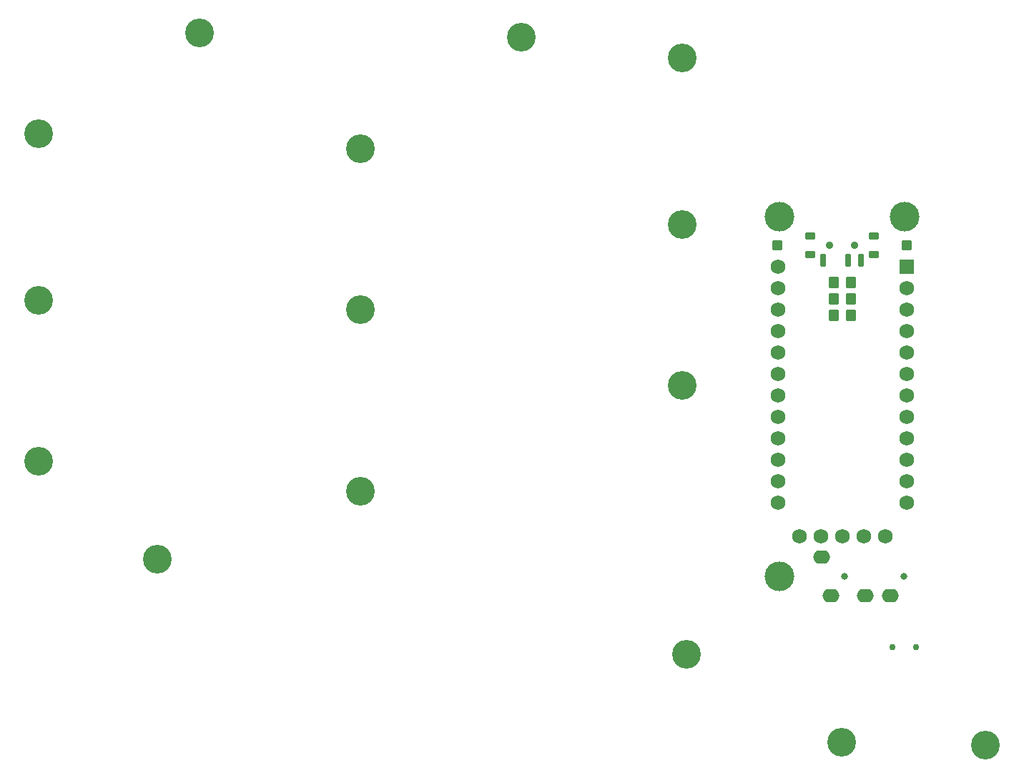
<source format=gbs>
%TF.GenerationSoftware,KiCad,Pcbnew,7.0.7-2.fc38*%
%TF.CreationDate,2023-10-08T12:30:22+05:30*%
%TF.ProjectId,tako_right,74616b6f-5f72-4696-9768-742e6b696361,rev?*%
%TF.SameCoordinates,Original*%
%TF.FileFunction,Soldermask,Bot*%
%TF.FilePolarity,Negative*%
%FSLAX46Y46*%
G04 Gerber Fmt 4.6, Leading zero omitted, Abs format (unit mm)*
G04 Created by KiCad (PCBNEW 7.0.7-2.fc38) date 2023-10-08 12:30:22*
%MOMM*%
%LPD*%
G01*
G04 APERTURE LIST*
G04 Aperture macros list*
%AMRoundRect*
0 Rectangle with rounded corners*
0 $1 Rounding radius*
0 $2 $3 $4 $5 $6 $7 $8 $9 X,Y pos of 4 corners*
0 Add a 4 corners polygon primitive as box body*
4,1,4,$2,$3,$4,$5,$6,$7,$8,$9,$2,$3,0*
0 Add four circle primitives for the rounded corners*
1,1,$1+$1,$2,$3*
1,1,$1+$1,$4,$5*
1,1,$1+$1,$6,$7*
1,1,$1+$1,$8,$9*
0 Add four rect primitives between the rounded corners*
20,1,$1+$1,$2,$3,$4,$5,0*
20,1,$1+$1,$4,$5,$6,$7,0*
20,1,$1+$1,$6,$7,$8,$9,0*
20,1,$1+$1,$8,$9,$2,$3,0*%
G04 Aperture macros list end*
%ADD10C,3.400000*%
%ADD11C,0.750000*%
%ADD12RoundRect,0.312500X-0.312500X-0.312500X0.312500X-0.312500X0.312500X0.312500X-0.312500X0.312500X0*%
%ADD13C,3.500000*%
%ADD14C,0.800000*%
%ADD15O,2.000000X1.600000*%
%ADD16C,1.752600*%
%ADD17RoundRect,0.312500X0.312500X0.312500X-0.312500X0.312500X-0.312500X-0.312500X0.312500X-0.312500X0*%
%ADD18RoundRect,0.120000X-0.480000X-0.280000X0.480000X-0.280000X0.480000X0.280000X-0.480000X0.280000X0*%
%ADD19C,0.900000*%
%ADD20RoundRect,0.105000X-0.245000X-0.645000X0.245000X-0.645000X0.245000X0.645000X-0.245000X0.645000X0*%
%ADD21R,1.752600X1.752600*%
%ADD22RoundRect,0.250000X0.350000X0.450000X-0.350000X0.450000X-0.350000X-0.450000X0.350000X-0.450000X0*%
%ADD23RoundRect,0.250000X-0.350000X-0.450000X0.350000X-0.450000X0.350000X0.450000X-0.350000X0.450000X0*%
G04 APERTURE END LIST*
D10*
%TO.C,H1*%
X162639543Y-44666058D03*
%TD*%
D11*
%TO.C,RSW1*%
X266490971Y-105420627D03*
X263740971Y-105420627D03*
%TD*%
D12*
%TO.C,BAT_HOLE+1*%
X250116908Y-57819421D03*
%TD*%
D10*
%TO.C,H9*%
X219789549Y-33166058D03*
%TD*%
%TO.C,H10*%
X238839551Y-35666058D03*
%TD*%
D13*
%TO.C,H17*%
X250364002Y-97039421D03*
%TD*%
D10*
%TO.C,H13*%
X239297894Y-106243092D03*
%TD*%
%TO.C,H2*%
X162639541Y-64385492D03*
%TD*%
%TO.C,H5*%
X176639550Y-94960499D03*
%TD*%
D13*
%TO.C,H15*%
X250364001Y-54480531D03*
%TD*%
D14*
%TO.C,J1*%
X265065975Y-97039423D03*
X258065975Y-97039423D03*
D15*
X255365975Y-94739423D03*
X263465975Y-99339423D03*
X260465975Y-99339423D03*
X256465975Y-99339423D03*
%TD*%
D10*
%TO.C,H14*%
X274694073Y-117014750D03*
%TD*%
%TO.C,H12*%
X238839549Y-74434995D03*
%TD*%
%TO.C,H6*%
X200739542Y-46384998D03*
%TD*%
%TO.C,H4*%
X181689545Y-32666057D03*
%TD*%
%TO.C,H11*%
X238839549Y-55384995D03*
%TD*%
D16*
%TO.C,DISP1*%
X252674330Y-92332635D03*
X255214330Y-92332635D03*
X257754330Y-92332635D03*
X260294330Y-92332635D03*
X262834330Y-92332635D03*
%TD*%
D13*
%TO.C,H16*%
X265145326Y-54480079D03*
%TD*%
D10*
%TO.C,H7*%
X200739541Y-65434995D03*
%TD*%
D17*
%TO.C,BAT_HOLE-1*%
X265390409Y-57819423D03*
%TD*%
D10*
%TO.C,H3*%
X162639550Y-83435488D03*
%TD*%
%TO.C,H19*%
X257715972Y-116670626D03*
%TD*%
%TO.C,H8*%
X200739548Y-86959992D03*
%TD*%
D18*
%TO.C,PSW1*%
X254004580Y-56712138D03*
X254004580Y-58922138D03*
D19*
X256254580Y-57812138D03*
X259254580Y-57812138D03*
D18*
X261504580Y-56712138D03*
X261504580Y-58922138D03*
D20*
X255504580Y-59572138D03*
X258504580Y-59572138D03*
X260004580Y-59572138D03*
%TD*%
D21*
%TO.C,U1*%
X265374575Y-60373659D03*
D16*
X265374575Y-62913659D03*
X265374575Y-65453659D03*
X265374575Y-67993659D03*
X265374575Y-70533659D03*
X265374575Y-73073659D03*
X265374575Y-75613659D03*
X265374575Y-78153659D03*
X265374575Y-80693659D03*
X265374575Y-83233659D03*
X265374575Y-85773659D03*
X265374575Y-88313659D03*
X250134575Y-88313659D03*
X250134575Y-85773659D03*
X250134575Y-83233659D03*
X250134575Y-80693659D03*
X250134575Y-78153659D03*
X250134575Y-75613659D03*
X250134575Y-73073659D03*
X250134575Y-70533659D03*
X250134575Y-67993659D03*
X250134575Y-65453659D03*
X250134575Y-62913659D03*
X250134575Y-60373659D03*
%TD*%
D22*
%TO.C,R3*%
X258772518Y-66142134D03*
X256772518Y-66142134D03*
%TD*%
%TO.C,R2*%
X258772513Y-64192137D03*
X256772513Y-64192137D03*
%TD*%
D23*
%TO.C,R1*%
X256772514Y-62242136D03*
X258772514Y-62242136D03*
%TD*%
M02*

</source>
